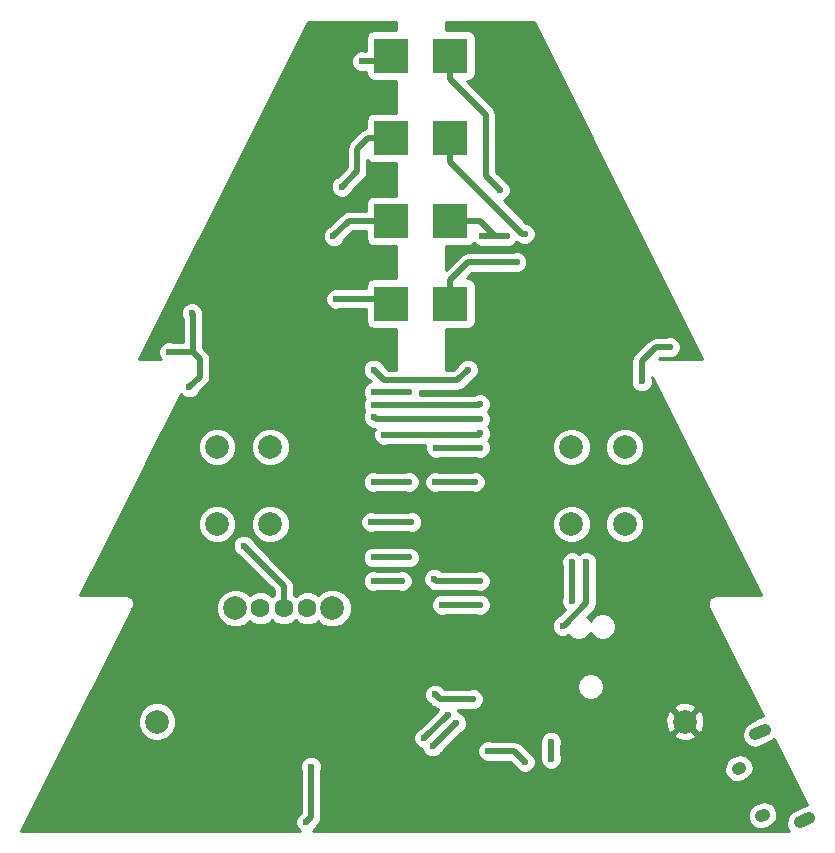
<source format=gbl>
G04 #@! TF.FileFunction,Copper,L2,Bot,Signal*
%FSLAX46Y46*%
G04 Gerber Fmt 4.6, Leading zero omitted, Abs format (unit mm)*
G04 Created by KiCad (PCBNEW 4.0.0-rc1-stable) date 15/10/2016 23:52:11*
%MOMM*%
G01*
G04 APERTURE LIST*
%ADD10C,0.100000*%
%ADD11C,2.000000*%
%ADD12C,1.600000*%
%ADD13C,1.000000*%
%ADD14R,3.000000X3.000000*%
%ADD15C,0.600000*%
%ADD16C,0.500000*%
%ADD17C,0.254000*%
G04 APERTURE END LIST*
D10*
D11*
X139350000Y-114900000D03*
X94650000Y-114900000D03*
D12*
X105400000Y-105300000D03*
X103400000Y-105300000D03*
X107400000Y-105300000D03*
D11*
X109500000Y-105300000D03*
X101300000Y-105300000D03*
D13*
X143809504Y-118909754D02*
X144033042Y-118797814D01*
X145802032Y-122888740D02*
X146025570Y-122776800D01*
X145328237Y-115968398D02*
X146132975Y-115565414D01*
X149067025Y-123434586D02*
X149871763Y-123031602D01*
D11*
X99750000Y-91650000D03*
X104250000Y-91650000D03*
X104250000Y-98150000D03*
X99750000Y-98150000D03*
X129750000Y-91650000D03*
X134250000Y-91650000D03*
X134250000Y-98150000D03*
X129750000Y-98150000D03*
D14*
X114500000Y-58500000D03*
X114500000Y-65500000D03*
X114500000Y-72500000D03*
X114500000Y-79500000D03*
X119500000Y-79500000D03*
X119500000Y-72500000D03*
X119500000Y-65500000D03*
X119500000Y-58500000D03*
D15*
X125100000Y-76000000D03*
X109800000Y-79100000D03*
X113000000Y-94600000D03*
X121600000Y-94600000D03*
X118200000Y-94600000D03*
X116000030Y-94600000D03*
X102000000Y-100000000D03*
X129800000Y-101400000D03*
X129800000Y-104700000D03*
X97600000Y-80300000D03*
X95700000Y-83600000D03*
X97400000Y-86600000D03*
X138100000Y-83200000D03*
X135700000Y-86100000D03*
X129200000Y-118025010D03*
X140400000Y-98200000D03*
X103200000Y-117400000D03*
X106000000Y-107800000D03*
X124200000Y-111600000D03*
X122000000Y-122600000D03*
X135800000Y-121200000D03*
X143400000Y-120400000D03*
X108800000Y-96400000D03*
X133800000Y-108600000D03*
X112800000Y-98000000D03*
X118200000Y-112600000D03*
X121400000Y-113000000D03*
X116200000Y-98000000D03*
X107300000Y-123400000D03*
X107700000Y-118700000D03*
X112000000Y-59000000D03*
X118300000Y-91700000D03*
X122000000Y-91700000D03*
X116000000Y-101000000D03*
X113000000Y-101000000D03*
X110300000Y-69600000D03*
X122000000Y-90500000D03*
X113900000Y-90600000D03*
X115400000Y-103000000D03*
X113000000Y-103000000D03*
X109600000Y-73800000D03*
X122000000Y-89300000D03*
X113000000Y-89100000D03*
X125800000Y-73600000D03*
X118800000Y-105000000D03*
X122000000Y-105000000D03*
X121000000Y-85100000D03*
X113000000Y-85100000D03*
X118000000Y-117000000D03*
X120000000Y-115000000D03*
X123700000Y-69900000D03*
X118100000Y-102800000D03*
X122000000Y-103000000D03*
X116000030Y-87000000D03*
X113000000Y-87000000D03*
X117300000Y-116300000D03*
X119299990Y-114300000D03*
X124300010Y-73800000D03*
X122200000Y-73800000D03*
X122000000Y-88000000D03*
X113000000Y-88100000D03*
X125800000Y-118300000D03*
X122700000Y-117400000D03*
X128000000Y-118025010D03*
X128000000Y-116600000D03*
X129000000Y-106800000D03*
X131000000Y-101400000D03*
D16*
X119500000Y-79500000D02*
X119500000Y-77500000D01*
X119500000Y-77500000D02*
X121000000Y-76000000D01*
X121000000Y-76000000D02*
X125100000Y-76000000D01*
X109800000Y-79100000D02*
X114100000Y-79100000D01*
X114100000Y-79100000D02*
X114500000Y-79500000D01*
X113600000Y-94600000D02*
X113000000Y-94600000D01*
X118200000Y-94600000D02*
X121600000Y-94600000D01*
X113600000Y-94600000D02*
X116000030Y-94600000D01*
X102000000Y-100000000D02*
X105400000Y-103400000D01*
X105400000Y-103400000D02*
X105400000Y-105300000D01*
X129800000Y-104700000D02*
X129800000Y-101400000D01*
X97700000Y-83600000D02*
X97700000Y-80400000D01*
X97700000Y-80400000D02*
X97600000Y-80300000D01*
X98300000Y-84200000D02*
X97700000Y-83600000D01*
X97700000Y-83600000D02*
X95700000Y-83600000D01*
X98300000Y-85700000D02*
X98300000Y-84200000D01*
X97400000Y-86600000D02*
X98300000Y-85700000D01*
X135700000Y-84400000D02*
X136900000Y-83200000D01*
X136900000Y-83200000D02*
X138100000Y-83200000D01*
X135700000Y-85675736D02*
X135700000Y-84400000D01*
X135700000Y-86100000D02*
X135700000Y-85675736D01*
X112800000Y-98000000D02*
X113600000Y-98000000D01*
X121400000Y-113000000D02*
X118600000Y-113000000D01*
X118600000Y-113000000D02*
X118200000Y-112600000D01*
X113600000Y-98000000D02*
X116200000Y-98000000D01*
X107700000Y-118700000D02*
X107700000Y-123000000D01*
X107700000Y-123000000D02*
X107300000Y-123400000D01*
X112000000Y-59000000D02*
X114000000Y-59000000D01*
X114000000Y-59000000D02*
X114500000Y-58500000D01*
X122000000Y-91700000D02*
X118300000Y-91700000D01*
X113000000Y-101000000D02*
X116000000Y-101000000D01*
X111600000Y-68300000D02*
X111600000Y-66400000D01*
X111600000Y-66400000D02*
X112500000Y-65500000D01*
X112500000Y-65500000D02*
X114500000Y-65500000D01*
X110300000Y-69600000D02*
X111600000Y-68300000D01*
X113900000Y-90600000D02*
X121900000Y-90600000D01*
X121900000Y-90600000D02*
X122000000Y-90500000D01*
X113000000Y-103000000D02*
X115400000Y-103000000D01*
X114500000Y-72500000D02*
X110900000Y-72500000D01*
X110900000Y-72500000D02*
X109600000Y-73800000D01*
X122000000Y-89300000D02*
X113200000Y-89300000D01*
X113200000Y-89300000D02*
X113000000Y-89100000D01*
X119500000Y-65500000D02*
X119500000Y-67500000D01*
X119500000Y-67500000D02*
X125600000Y-73600000D01*
X125600000Y-73600000D02*
X125800000Y-73600000D01*
X113000000Y-85100000D02*
X113900000Y-86000000D01*
X113900000Y-86000000D02*
X120100000Y-86000000D01*
X120100000Y-86000000D02*
X121000000Y-85100000D01*
X122000000Y-105000000D02*
X118800000Y-105000000D01*
X120000000Y-115000000D02*
X118000000Y-117000000D01*
X122500000Y-68700000D02*
X122500000Y-63500000D01*
X122500000Y-63500000D02*
X119500000Y-60500000D01*
X119500000Y-60500000D02*
X119500000Y-58500000D01*
X123700000Y-69900000D02*
X122500000Y-68700000D01*
X122000000Y-103000000D02*
X118300000Y-103000000D01*
X118300000Y-103000000D02*
X118100000Y-102800000D01*
X113000000Y-87000000D02*
X116000030Y-87000000D01*
X119299990Y-114300000D02*
X119299990Y-114300010D01*
X119299990Y-114300010D02*
X117300000Y-116300000D01*
X122200000Y-73800000D02*
X123316178Y-73800000D01*
X123316178Y-73800000D02*
X124300010Y-73800000D01*
X119500000Y-72500000D02*
X122016178Y-72500000D01*
X122016178Y-72500000D02*
X123316178Y-73800000D01*
X113000000Y-88100000D02*
X121900000Y-88100000D01*
X121900000Y-88100000D02*
X122000000Y-88000000D01*
X122700000Y-117400000D02*
X124900000Y-117400000D01*
X124900000Y-117400000D02*
X125800000Y-118300000D01*
X128000000Y-118025010D02*
X128000000Y-116600000D01*
X131000000Y-101400000D02*
X131000000Y-104876998D01*
X131000000Y-104876998D02*
X129076998Y-106800000D01*
X129076998Y-106800000D02*
X129000000Y-106800000D01*
D17*
G36*
X114873000Y-56360717D02*
X113000000Y-56360717D01*
X112767648Y-56404437D01*
X112554247Y-56541757D01*
X112411083Y-56751283D01*
X112360717Y-57000000D01*
X112360717Y-58123000D01*
X112305226Y-58123000D01*
X112185201Y-58073161D01*
X111816417Y-58072839D01*
X111475583Y-58213669D01*
X111214586Y-58474211D01*
X111073161Y-58814799D01*
X111072839Y-59183583D01*
X111213669Y-59524417D01*
X111474211Y-59785414D01*
X111814799Y-59926839D01*
X112183583Y-59927161D01*
X112304982Y-59877000D01*
X112360717Y-59877000D01*
X112360717Y-60000000D01*
X112404437Y-60232352D01*
X112541757Y-60445753D01*
X112751283Y-60588917D01*
X113000000Y-60639283D01*
X114873000Y-60639283D01*
X114873000Y-63360717D01*
X113000000Y-63360717D01*
X112767648Y-63404437D01*
X112554247Y-63541757D01*
X112411083Y-63751283D01*
X112360717Y-64000000D01*
X112360717Y-64650705D01*
X112164386Y-64689758D01*
X111879867Y-64879867D01*
X110979867Y-65779867D01*
X110789758Y-66064387D01*
X110723000Y-66400000D01*
X110723000Y-67936735D01*
X109895694Y-68764040D01*
X109775583Y-68813669D01*
X109514586Y-69074211D01*
X109373161Y-69414799D01*
X109372839Y-69783583D01*
X109513669Y-70124417D01*
X109774211Y-70385414D01*
X110114799Y-70526839D01*
X110483583Y-70527161D01*
X110824417Y-70386331D01*
X111085414Y-70125789D01*
X111135786Y-70004480D01*
X112220130Y-68920135D01*
X112220133Y-68920133D01*
X112410242Y-68635613D01*
X112464193Y-68364387D01*
X112477001Y-68300000D01*
X112477000Y-68299995D01*
X112477000Y-67345118D01*
X112541757Y-67445753D01*
X112751283Y-67588917D01*
X113000000Y-67639283D01*
X114873000Y-67639283D01*
X114873000Y-70360717D01*
X113000000Y-70360717D01*
X112767648Y-70404437D01*
X112554247Y-70541757D01*
X112411083Y-70751283D01*
X112360717Y-71000000D01*
X112360717Y-71623000D01*
X110900005Y-71623000D01*
X110900000Y-71622999D01*
X110564387Y-71689758D01*
X110279867Y-71879867D01*
X110279865Y-71879870D01*
X109195694Y-72964040D01*
X109075583Y-73013669D01*
X108814586Y-73274211D01*
X108673161Y-73614799D01*
X108672839Y-73983583D01*
X108813669Y-74324417D01*
X109074211Y-74585414D01*
X109414799Y-74726839D01*
X109783583Y-74727161D01*
X110124417Y-74586331D01*
X110385414Y-74325789D01*
X110435786Y-74204480D01*
X111263265Y-73377000D01*
X112360717Y-73377000D01*
X112360717Y-74000000D01*
X112404437Y-74232352D01*
X112541757Y-74445753D01*
X112751283Y-74588917D01*
X113000000Y-74639283D01*
X114873000Y-74639283D01*
X114873000Y-77360717D01*
X113000000Y-77360717D01*
X112767648Y-77404437D01*
X112554247Y-77541757D01*
X112411083Y-77751283D01*
X112360717Y-78000000D01*
X112360717Y-78223000D01*
X110105226Y-78223000D01*
X109985201Y-78173161D01*
X109616417Y-78172839D01*
X109275583Y-78313669D01*
X109014586Y-78574211D01*
X108873161Y-78914799D01*
X108872839Y-79283583D01*
X109013669Y-79624417D01*
X109274211Y-79885414D01*
X109614799Y-80026839D01*
X109983583Y-80027161D01*
X110104982Y-79977000D01*
X112360717Y-79977000D01*
X112360717Y-81000000D01*
X112404437Y-81232352D01*
X112541757Y-81445753D01*
X112751283Y-81588917D01*
X113000000Y-81639283D01*
X114873000Y-81639283D01*
X114873000Y-85123000D01*
X114263266Y-85123000D01*
X113835960Y-84695694D01*
X113786331Y-84575583D01*
X113525789Y-84314586D01*
X113185201Y-84173161D01*
X112816417Y-84172839D01*
X112475583Y-84313669D01*
X112214586Y-84574211D01*
X112073161Y-84914799D01*
X112072839Y-85283583D01*
X112213669Y-85624417D01*
X112474211Y-85885414D01*
X112595520Y-85935786D01*
X112757087Y-86097353D01*
X112475583Y-86213669D01*
X112214586Y-86474211D01*
X112073161Y-86814799D01*
X112072839Y-87183583D01*
X112213669Y-87524417D01*
X112239024Y-87549816D01*
X112214586Y-87574211D01*
X112073161Y-87914799D01*
X112072839Y-88283583D01*
X112203728Y-88600359D01*
X112073161Y-88914799D01*
X112072839Y-89283583D01*
X112213669Y-89624417D01*
X112474211Y-89885414D01*
X112616055Y-89944313D01*
X112864387Y-90110242D01*
X113081677Y-90153465D01*
X112973161Y-90414799D01*
X112972839Y-90783583D01*
X113113669Y-91124417D01*
X113374211Y-91385414D01*
X113714799Y-91526839D01*
X114083583Y-91527161D01*
X114204982Y-91477000D01*
X117388857Y-91477000D01*
X117373161Y-91514799D01*
X117372839Y-91883583D01*
X117513669Y-92224417D01*
X117774211Y-92485414D01*
X118114799Y-92626839D01*
X118483583Y-92627161D01*
X118604982Y-92577000D01*
X121694774Y-92577000D01*
X121814799Y-92626839D01*
X122183583Y-92627161D01*
X122524417Y-92486331D01*
X122785414Y-92225789D01*
X122890709Y-91972211D01*
X128122718Y-91972211D01*
X128369892Y-92570418D01*
X128827175Y-93028499D01*
X129424950Y-93276717D01*
X130072211Y-93277282D01*
X130670418Y-93030108D01*
X131128499Y-92572825D01*
X131376717Y-91975050D01*
X131376719Y-91972211D01*
X132622718Y-91972211D01*
X132869892Y-92570418D01*
X133327175Y-93028499D01*
X133924950Y-93276717D01*
X134572211Y-93277282D01*
X135170418Y-93030108D01*
X135628499Y-92572825D01*
X135876717Y-91975050D01*
X135877282Y-91327789D01*
X135630108Y-90729582D01*
X135172825Y-90271501D01*
X134575050Y-90023283D01*
X133927789Y-90022718D01*
X133329582Y-90269892D01*
X132871501Y-90727175D01*
X132623283Y-91324950D01*
X132622718Y-91972211D01*
X131376719Y-91972211D01*
X131377282Y-91327789D01*
X131130108Y-90729582D01*
X130672825Y-90271501D01*
X130075050Y-90023283D01*
X129427789Y-90022718D01*
X128829582Y-90269892D01*
X128371501Y-90727175D01*
X128123283Y-91324950D01*
X128122718Y-91972211D01*
X122890709Y-91972211D01*
X122926839Y-91885201D01*
X122927161Y-91516417D01*
X122786331Y-91175583D01*
X122710976Y-91100097D01*
X122785414Y-91025789D01*
X122926839Y-90685201D01*
X122927161Y-90316417D01*
X122786331Y-89975583D01*
X122710976Y-89900097D01*
X122785414Y-89825789D01*
X122926839Y-89485201D01*
X122927161Y-89116417D01*
X122786331Y-88775583D01*
X122660976Y-88650010D01*
X122785414Y-88525789D01*
X122926839Y-88185201D01*
X122927161Y-87816417D01*
X122786331Y-87475583D01*
X122525789Y-87214586D01*
X122185201Y-87073161D01*
X121816417Y-87072839D01*
X121475583Y-87213669D01*
X121466236Y-87223000D01*
X116911173Y-87223000D01*
X116926869Y-87185201D01*
X116927138Y-86877000D01*
X120100000Y-86877000D01*
X120435613Y-86810242D01*
X120720133Y-86620133D01*
X121404306Y-85935960D01*
X121524417Y-85886331D01*
X121785414Y-85625789D01*
X121926839Y-85285201D01*
X121927161Y-84916417D01*
X121786331Y-84575583D01*
X121525789Y-84314586D01*
X121185201Y-84173161D01*
X120816417Y-84172839D01*
X120475583Y-84313669D01*
X120214586Y-84574211D01*
X120164214Y-84695520D01*
X119736734Y-85123000D01*
X119127000Y-85123000D01*
X119127000Y-81639283D01*
X121000000Y-81639283D01*
X121232352Y-81595563D01*
X121445753Y-81458243D01*
X121588917Y-81248717D01*
X121639283Y-81000000D01*
X121639283Y-78000000D01*
X121595563Y-77767648D01*
X121458243Y-77554247D01*
X121248717Y-77411083D01*
X121000000Y-77360717D01*
X120879548Y-77360717D01*
X121363265Y-76877000D01*
X124794774Y-76877000D01*
X124914799Y-76926839D01*
X125283583Y-76927161D01*
X125624417Y-76786331D01*
X125885414Y-76525789D01*
X126026839Y-76185201D01*
X126027161Y-75816417D01*
X125886331Y-75475583D01*
X125625789Y-75214586D01*
X125285201Y-75073161D01*
X124916417Y-75072839D01*
X124795018Y-75123000D01*
X121000000Y-75123000D01*
X120664386Y-75189758D01*
X120550424Y-75265905D01*
X120379867Y-75379867D01*
X120379865Y-75379870D01*
X119127000Y-76632734D01*
X119127000Y-74639283D01*
X121000000Y-74639283D01*
X121232352Y-74595563D01*
X121445753Y-74458243D01*
X121487000Y-74397876D01*
X121674211Y-74585414D01*
X122014799Y-74726839D01*
X122383583Y-74727161D01*
X122504982Y-74677000D01*
X123316173Y-74677000D01*
X123316178Y-74677001D01*
X123316183Y-74677000D01*
X123994784Y-74677000D01*
X124114809Y-74726839D01*
X124483593Y-74727161D01*
X124824427Y-74586331D01*
X125085424Y-74325789D01*
X125096842Y-74298292D01*
X125264387Y-74410242D01*
X125398018Y-74436824D01*
X125614799Y-74526839D01*
X125983583Y-74527161D01*
X126324417Y-74386331D01*
X126585414Y-74125789D01*
X126726839Y-73785201D01*
X126727161Y-73416417D01*
X126586331Y-73075583D01*
X126325789Y-72814586D01*
X125985201Y-72673161D01*
X125913363Y-72673098D01*
X124013674Y-70773408D01*
X124224417Y-70686331D01*
X124485414Y-70425789D01*
X124626839Y-70085201D01*
X124627161Y-69716417D01*
X124486331Y-69375583D01*
X124225789Y-69114586D01*
X124104478Y-69064213D01*
X123377000Y-68336734D01*
X123377000Y-63500005D01*
X123377001Y-63500000D01*
X123310242Y-63164387D01*
X123120133Y-62879867D01*
X123120130Y-62879865D01*
X120879549Y-60639283D01*
X121000000Y-60639283D01*
X121232352Y-60595563D01*
X121445753Y-60458243D01*
X121588917Y-60248717D01*
X121639283Y-60000000D01*
X121639283Y-57000000D01*
X121595563Y-56767648D01*
X121458243Y-56554247D01*
X121248717Y-56411083D01*
X121000000Y-56360717D01*
X119127000Y-56360717D01*
X119127000Y-55627000D01*
X126550689Y-55627000D01*
X140823689Y-84173000D01*
X137167265Y-84173000D01*
X137263265Y-84077000D01*
X137794774Y-84077000D01*
X137914799Y-84126839D01*
X138283583Y-84127161D01*
X138624417Y-83986331D01*
X138885414Y-83725789D01*
X139026839Y-83385201D01*
X139027161Y-83016417D01*
X138886331Y-82675583D01*
X138625789Y-82414586D01*
X138285201Y-82273161D01*
X137916417Y-82272839D01*
X137795018Y-82323000D01*
X136900000Y-82323000D01*
X136564386Y-82389758D01*
X136450424Y-82465905D01*
X136279867Y-82579867D01*
X136279865Y-82579870D01*
X135079867Y-83779867D01*
X134889758Y-84064387D01*
X134823000Y-84400000D01*
X134823000Y-85794774D01*
X134773161Y-85914799D01*
X134772839Y-86283583D01*
X134913669Y-86624417D01*
X135174211Y-86885414D01*
X135514799Y-87026839D01*
X135883583Y-87027161D01*
X136224417Y-86886331D01*
X136485414Y-86625789D01*
X136626839Y-86285201D01*
X136627161Y-85916417D01*
X136577000Y-85795018D01*
X136577000Y-85679622D01*
X145823690Y-104173000D01*
X142000000Y-104173000D01*
X141974380Y-104178096D01*
X141948464Y-104174829D01*
X141836072Y-104205608D01*
X141721789Y-104228340D01*
X141700071Y-104242851D01*
X141674876Y-104249751D01*
X141582825Y-104321192D01*
X141485933Y-104385933D01*
X141471419Y-104407655D01*
X141450785Y-104423669D01*
X141393078Y-104524900D01*
X141328340Y-104621789D01*
X141323244Y-104647407D01*
X141310307Y-104670102D01*
X141295732Y-104785718D01*
X141273000Y-104900000D01*
X141278096Y-104925620D01*
X141274829Y-104951536D01*
X141305608Y-105063928D01*
X141328340Y-105178211D01*
X141342851Y-105199929D01*
X141349751Y-105225124D01*
X145966503Y-114458627D01*
X145655975Y-114543869D01*
X144795987Y-114974519D01*
X144448765Y-115244338D01*
X144231229Y-115626495D01*
X144176497Y-116062809D01*
X144292900Y-116486856D01*
X144562719Y-116834078D01*
X144944876Y-117051614D01*
X145381190Y-117106346D01*
X145805237Y-116989943D01*
X146665224Y-116559293D01*
X146918448Y-116362518D01*
X149700285Y-121926190D01*
X149394763Y-122010057D01*
X148534775Y-122440707D01*
X148187553Y-122710526D01*
X147970017Y-123092683D01*
X147915285Y-123528997D01*
X148031688Y-123953044D01*
X148202611Y-124173000D01*
X107837771Y-124173000D01*
X108085414Y-123925789D01*
X108135787Y-123804479D01*
X108320130Y-123620135D01*
X108320133Y-123620133D01*
X108464313Y-123404351D01*
X108510242Y-123335614D01*
X108577000Y-123000000D01*
X108577000Y-122980304D01*
X144655985Y-122980304D01*
X144772390Y-123404351D01*
X145042210Y-123751572D01*
X145424367Y-123969107D01*
X145860681Y-124023838D01*
X146284728Y-123907433D01*
X146552129Y-123773527D01*
X146899351Y-123503707D01*
X147116886Y-123121550D01*
X147171617Y-122685236D01*
X147055212Y-122261189D01*
X146785392Y-121913968D01*
X146403235Y-121696433D01*
X145966921Y-121641702D01*
X145542874Y-121758107D01*
X145275472Y-121892013D01*
X144928251Y-122161833D01*
X144710716Y-122543990D01*
X144655985Y-122980304D01*
X108577000Y-122980304D01*
X108577000Y-119005226D01*
X108626839Y-118885201D01*
X108627161Y-118516417D01*
X108486331Y-118175583D01*
X108225789Y-117914586D01*
X107885201Y-117773161D01*
X107516417Y-117772839D01*
X107175583Y-117913669D01*
X106914586Y-118174211D01*
X106773161Y-118514799D01*
X106772839Y-118883583D01*
X106823000Y-119004982D01*
X106823000Y-122594077D01*
X106775583Y-122613669D01*
X106514586Y-122874211D01*
X106373161Y-123214799D01*
X106372839Y-123583583D01*
X106513669Y-123924417D01*
X106761819Y-124173000D01*
X83176311Y-124173000D01*
X87651705Y-115222211D01*
X93022718Y-115222211D01*
X93269892Y-115820418D01*
X93727175Y-116278499D01*
X94324950Y-116526717D01*
X94972211Y-116527282D01*
X95077970Y-116483583D01*
X116372839Y-116483583D01*
X116513669Y-116824417D01*
X116774211Y-117085414D01*
X117085723Y-117214766D01*
X117213669Y-117524417D01*
X117474211Y-117785414D01*
X117814799Y-117926839D01*
X118183583Y-117927161D01*
X118524417Y-117786331D01*
X118727519Y-117583583D01*
X121772839Y-117583583D01*
X121913669Y-117924417D01*
X122174211Y-118185414D01*
X122514799Y-118326839D01*
X122883583Y-118327161D01*
X123004982Y-118277000D01*
X124536734Y-118277000D01*
X124964040Y-118704306D01*
X125013669Y-118824417D01*
X125274211Y-119085414D01*
X125614799Y-119226839D01*
X125983583Y-119227161D01*
X126324417Y-119086331D01*
X126409578Y-119001318D01*
X142663457Y-119001318D01*
X142779862Y-119425365D01*
X143049682Y-119772586D01*
X143431839Y-119990121D01*
X143868153Y-120044852D01*
X144292200Y-119928447D01*
X144559601Y-119794541D01*
X144906823Y-119524721D01*
X145124358Y-119142564D01*
X145179089Y-118706250D01*
X145062684Y-118282203D01*
X144792864Y-117934982D01*
X144410707Y-117717447D01*
X143974393Y-117662716D01*
X143550346Y-117779121D01*
X143282944Y-117913027D01*
X142935723Y-118182847D01*
X142718188Y-118565004D01*
X142663457Y-119001318D01*
X126409578Y-119001318D01*
X126585414Y-118825789D01*
X126726839Y-118485201D01*
X126727161Y-118116417D01*
X126586331Y-117775583D01*
X126325789Y-117514586D01*
X126204480Y-117464214D01*
X125523849Y-116783583D01*
X127072839Y-116783583D01*
X127123000Y-116904982D01*
X127123000Y-117719784D01*
X127073161Y-117839809D01*
X127072839Y-118208593D01*
X127213669Y-118549427D01*
X127474211Y-118810424D01*
X127814799Y-118951849D01*
X128183583Y-118952171D01*
X128524417Y-118811341D01*
X128785414Y-118550799D01*
X128926839Y-118210211D01*
X128927161Y-117841427D01*
X128877000Y-117720028D01*
X128877000Y-116905226D01*
X128926839Y-116785201D01*
X128927161Y-116416417D01*
X128786331Y-116075583D01*
X128763321Y-116052532D01*
X138377073Y-116052532D01*
X138475736Y-116319387D01*
X139085461Y-116545908D01*
X139735460Y-116521856D01*
X140224264Y-116319387D01*
X140322927Y-116052532D01*
X139350000Y-115079605D01*
X138377073Y-116052532D01*
X128763321Y-116052532D01*
X128525789Y-115814586D01*
X128185201Y-115673161D01*
X127816417Y-115672839D01*
X127475583Y-115813669D01*
X127214586Y-116074211D01*
X127073161Y-116414799D01*
X127072839Y-116783583D01*
X125523849Y-116783583D01*
X125520133Y-116779867D01*
X125235613Y-116589758D01*
X124900000Y-116523000D01*
X123005226Y-116523000D01*
X122885201Y-116473161D01*
X122516417Y-116472839D01*
X122175583Y-116613669D01*
X121914586Y-116874211D01*
X121773161Y-117214799D01*
X121772839Y-117583583D01*
X118727519Y-117583583D01*
X118785414Y-117525789D01*
X118835786Y-117404480D01*
X120404306Y-115835960D01*
X120524417Y-115786331D01*
X120785414Y-115525789D01*
X120926839Y-115185201D01*
X120927161Y-114816417D01*
X120852392Y-114635461D01*
X137704092Y-114635461D01*
X137728144Y-115285460D01*
X137930613Y-115774264D01*
X138197468Y-115872927D01*
X139170395Y-114900000D01*
X139529605Y-114900000D01*
X140502532Y-115872927D01*
X140769387Y-115774264D01*
X140995908Y-115164539D01*
X140971856Y-114514540D01*
X140769387Y-114025736D01*
X140502532Y-113927073D01*
X139529605Y-114900000D01*
X139170395Y-114900000D01*
X138197468Y-113927073D01*
X137930613Y-114025736D01*
X137704092Y-114635461D01*
X120852392Y-114635461D01*
X120786331Y-114475583D01*
X120525789Y-114214586D01*
X120214264Y-114085229D01*
X120128226Y-113877000D01*
X121094774Y-113877000D01*
X121214799Y-113926839D01*
X121583583Y-113927161D01*
X121924417Y-113786331D01*
X121963347Y-113747468D01*
X138377073Y-113747468D01*
X139350000Y-114720395D01*
X140322927Y-113747468D01*
X140224264Y-113480613D01*
X139614539Y-113254092D01*
X138964540Y-113278144D01*
X138475736Y-113480613D01*
X138377073Y-113747468D01*
X121963347Y-113747468D01*
X122185414Y-113525789D01*
X122326839Y-113185201D01*
X122327161Y-112816417D01*
X122186331Y-112475583D01*
X121925789Y-112214586D01*
X121802017Y-112163191D01*
X130237805Y-112163191D01*
X130409019Y-112577560D01*
X130725772Y-112894867D01*
X131139842Y-113066804D01*
X131588191Y-113067195D01*
X132002560Y-112895981D01*
X132319867Y-112579228D01*
X132491804Y-112165158D01*
X132492195Y-111716809D01*
X132320981Y-111302440D01*
X132004228Y-110985133D01*
X131590158Y-110813196D01*
X131141809Y-110812805D01*
X130727440Y-110984019D01*
X130410133Y-111300772D01*
X130238196Y-111714842D01*
X130237805Y-112163191D01*
X121802017Y-112163191D01*
X121585201Y-112073161D01*
X121216417Y-112072839D01*
X121095018Y-112123000D01*
X119005923Y-112123000D01*
X118986331Y-112075583D01*
X118725789Y-111814586D01*
X118385201Y-111673161D01*
X118016417Y-111672839D01*
X117675583Y-111813669D01*
X117414586Y-112074211D01*
X117273161Y-112414799D01*
X117272839Y-112783583D01*
X117413669Y-113124417D01*
X117674211Y-113385414D01*
X117795521Y-113435787D01*
X117979865Y-113620130D01*
X117979867Y-113620133D01*
X118069281Y-113679877D01*
X118264386Y-113810242D01*
X118481668Y-113853462D01*
X118464197Y-113895537D01*
X116895694Y-115464040D01*
X116775583Y-115513669D01*
X116514586Y-115774211D01*
X116373161Y-116114799D01*
X116372839Y-116483583D01*
X95077970Y-116483583D01*
X95570418Y-116280108D01*
X96028499Y-115822825D01*
X96276717Y-115225050D01*
X96277282Y-114577789D01*
X96030108Y-113979582D01*
X95572825Y-113521501D01*
X94975050Y-113273283D01*
X94327789Y-113272718D01*
X93729582Y-113519892D01*
X93271501Y-113977175D01*
X93023283Y-114574950D01*
X93022718Y-115222211D01*
X87651705Y-115222211D01*
X91771019Y-106983583D01*
X128072839Y-106983583D01*
X128213669Y-107324417D01*
X128474211Y-107585414D01*
X128814799Y-107726839D01*
X129183583Y-107727161D01*
X129494128Y-107598846D01*
X129709772Y-107814867D01*
X130123842Y-107986804D01*
X130572191Y-107987195D01*
X130986560Y-107815981D01*
X131303867Y-107499228D01*
X131364938Y-107352153D01*
X131425019Y-107497560D01*
X131741772Y-107814867D01*
X132155842Y-107986804D01*
X132604191Y-107987195D01*
X133018560Y-107815981D01*
X133335867Y-107499228D01*
X133507804Y-107085158D01*
X133508195Y-106636809D01*
X133336981Y-106222440D01*
X133020228Y-105905133D01*
X132606158Y-105733196D01*
X132157809Y-105732805D01*
X131743440Y-105904019D01*
X131426133Y-106220772D01*
X131365062Y-106367847D01*
X131304981Y-106222440D01*
X131100081Y-106017182D01*
X131620130Y-105497133D01*
X131620133Y-105497131D01*
X131810242Y-105212611D01*
X131826695Y-105129898D01*
X131877001Y-104876998D01*
X131877000Y-104876993D01*
X131877000Y-101705226D01*
X131926839Y-101585201D01*
X131927161Y-101216417D01*
X131786331Y-100875583D01*
X131525789Y-100614586D01*
X131185201Y-100473161D01*
X130816417Y-100472839D01*
X130475583Y-100613669D01*
X130400097Y-100689024D01*
X130325789Y-100614586D01*
X129985201Y-100473161D01*
X129616417Y-100472839D01*
X129275583Y-100613669D01*
X129014586Y-100874211D01*
X128873161Y-101214799D01*
X128872839Y-101583583D01*
X128923000Y-101704982D01*
X128923000Y-104394774D01*
X128873161Y-104514799D01*
X128872839Y-104883583D01*
X129013669Y-105224417D01*
X129212818Y-105423914D01*
X128726909Y-105909823D01*
X128475583Y-106013669D01*
X128214586Y-106274211D01*
X128073161Y-106614799D01*
X128072839Y-106983583D01*
X91771019Y-106983583D01*
X92451705Y-105622211D01*
X99672718Y-105622211D01*
X99919892Y-106220418D01*
X100377175Y-106678499D01*
X100974950Y-106926717D01*
X101622211Y-106927282D01*
X102220418Y-106680108D01*
X102491369Y-106409629D01*
X102590614Y-106509047D01*
X103114907Y-106726752D01*
X103682603Y-106727248D01*
X104207275Y-106510457D01*
X104399984Y-106318084D01*
X104590614Y-106509047D01*
X105114907Y-106726752D01*
X105682603Y-106727248D01*
X106207275Y-106510457D01*
X106399984Y-106318084D01*
X106590614Y-106509047D01*
X107114907Y-106726752D01*
X107682603Y-106727248D01*
X108207275Y-106510457D01*
X108308527Y-106409382D01*
X108577175Y-106678499D01*
X109174950Y-106926717D01*
X109822211Y-106927282D01*
X110420418Y-106680108D01*
X110878499Y-106222825D01*
X111126717Y-105625050D01*
X111127102Y-105183583D01*
X117872839Y-105183583D01*
X118013669Y-105524417D01*
X118274211Y-105785414D01*
X118614799Y-105926839D01*
X118983583Y-105927161D01*
X119104982Y-105877000D01*
X121694774Y-105877000D01*
X121814799Y-105926839D01*
X122183583Y-105927161D01*
X122524417Y-105786331D01*
X122785414Y-105525789D01*
X122926839Y-105185201D01*
X122927161Y-104816417D01*
X122786331Y-104475583D01*
X122525789Y-104214586D01*
X122185201Y-104073161D01*
X121816417Y-104072839D01*
X121695018Y-104123000D01*
X119105226Y-104123000D01*
X118985201Y-104073161D01*
X118616417Y-104072839D01*
X118275583Y-104213669D01*
X118014586Y-104474211D01*
X117873161Y-104814799D01*
X117872839Y-105183583D01*
X111127102Y-105183583D01*
X111127282Y-104977789D01*
X110880108Y-104379582D01*
X110422825Y-103921501D01*
X109825050Y-103673283D01*
X109177789Y-103672718D01*
X108579582Y-103919892D01*
X108308631Y-104190371D01*
X108209386Y-104090953D01*
X107685093Y-103873248D01*
X107117397Y-103872752D01*
X106592725Y-104089543D01*
X106400016Y-104281916D01*
X106277000Y-104158685D01*
X106277000Y-103400000D01*
X106233952Y-103183583D01*
X112072839Y-103183583D01*
X112213669Y-103524417D01*
X112474211Y-103785414D01*
X112814799Y-103926839D01*
X113183583Y-103927161D01*
X113304982Y-103877000D01*
X115094774Y-103877000D01*
X115214799Y-103926839D01*
X115583583Y-103927161D01*
X115924417Y-103786331D01*
X116185414Y-103525789D01*
X116326839Y-103185201D01*
X116327015Y-102983583D01*
X117172839Y-102983583D01*
X117313669Y-103324417D01*
X117574211Y-103585414D01*
X117716055Y-103644313D01*
X117964387Y-103810242D01*
X118300000Y-103877001D01*
X118300005Y-103877000D01*
X121694774Y-103877000D01*
X121814799Y-103926839D01*
X122183583Y-103927161D01*
X122524417Y-103786331D01*
X122785414Y-103525789D01*
X122926839Y-103185201D01*
X122927161Y-102816417D01*
X122786331Y-102475583D01*
X122525789Y-102214586D01*
X122185201Y-102073161D01*
X121816417Y-102072839D01*
X121695018Y-102123000D01*
X118734014Y-102123000D01*
X118625789Y-102014586D01*
X118285201Y-101873161D01*
X117916417Y-101872839D01*
X117575583Y-102013669D01*
X117314586Y-102274211D01*
X117173161Y-102614799D01*
X117172839Y-102983583D01*
X116327015Y-102983583D01*
X116327161Y-102816417D01*
X116186331Y-102475583D01*
X115925789Y-102214586D01*
X115585201Y-102073161D01*
X115216417Y-102072839D01*
X115095018Y-102123000D01*
X113305226Y-102123000D01*
X113185201Y-102073161D01*
X112816417Y-102072839D01*
X112475583Y-102213669D01*
X112214586Y-102474211D01*
X112073161Y-102814799D01*
X112072839Y-103183583D01*
X106233952Y-103183583D01*
X106210242Y-103064387D01*
X106020133Y-102779867D01*
X104423849Y-101183583D01*
X112072839Y-101183583D01*
X112213669Y-101524417D01*
X112474211Y-101785414D01*
X112814799Y-101926839D01*
X113183583Y-101927161D01*
X113304982Y-101877000D01*
X115694774Y-101877000D01*
X115814799Y-101926839D01*
X116183583Y-101927161D01*
X116524417Y-101786331D01*
X116785414Y-101525789D01*
X116926839Y-101185201D01*
X116927161Y-100816417D01*
X116786331Y-100475583D01*
X116525789Y-100214586D01*
X116185201Y-100073161D01*
X115816417Y-100072839D01*
X115695018Y-100123000D01*
X113305226Y-100123000D01*
X113185201Y-100073161D01*
X112816417Y-100072839D01*
X112475583Y-100213669D01*
X112214586Y-100474211D01*
X112073161Y-100814799D01*
X112072839Y-101183583D01*
X104423849Y-101183583D01*
X102835960Y-99595694D01*
X102786331Y-99475583D01*
X102525789Y-99214586D01*
X102185201Y-99073161D01*
X101816417Y-99072839D01*
X101475583Y-99213669D01*
X101214586Y-99474211D01*
X101073161Y-99814799D01*
X101072839Y-100183583D01*
X101213669Y-100524417D01*
X101474211Y-100785414D01*
X101595520Y-100835786D01*
X104523000Y-103763266D01*
X104523000Y-104159146D01*
X104400016Y-104281916D01*
X104209386Y-104090953D01*
X103685093Y-103873248D01*
X103117397Y-103872752D01*
X102592725Y-104089543D01*
X102491473Y-104190618D01*
X102222825Y-103921501D01*
X101625050Y-103673283D01*
X100977789Y-103672718D01*
X100379582Y-103919892D01*
X99921501Y-104377175D01*
X99673283Y-104974950D01*
X99672718Y-105622211D01*
X92451705Y-105622211D01*
X92650249Y-105225124D01*
X92657149Y-105199929D01*
X92671660Y-105178211D01*
X92694392Y-105063928D01*
X92725171Y-104951536D01*
X92721904Y-104925620D01*
X92727000Y-104900000D01*
X92704268Y-104785718D01*
X92689693Y-104670102D01*
X92676756Y-104647407D01*
X92671660Y-104621789D01*
X92606922Y-104524900D01*
X92549215Y-104423669D01*
X92528581Y-104407655D01*
X92514067Y-104385933D01*
X92417175Y-104321192D01*
X92325124Y-104249751D01*
X92299929Y-104242851D01*
X92278211Y-104228340D01*
X92163928Y-104205608D01*
X92051536Y-104174829D01*
X92025620Y-104178096D01*
X92000000Y-104173000D01*
X88176311Y-104173000D01*
X91026705Y-98472211D01*
X98122718Y-98472211D01*
X98369892Y-99070418D01*
X98827175Y-99528499D01*
X99424950Y-99776717D01*
X100072211Y-99777282D01*
X100670418Y-99530108D01*
X101128499Y-99072825D01*
X101376717Y-98475050D01*
X101376719Y-98472211D01*
X102622718Y-98472211D01*
X102869892Y-99070418D01*
X103327175Y-99528499D01*
X103924950Y-99776717D01*
X104572211Y-99777282D01*
X105170418Y-99530108D01*
X105628499Y-99072825D01*
X105876717Y-98475050D01*
X105876971Y-98183583D01*
X111872839Y-98183583D01*
X112013669Y-98524417D01*
X112274211Y-98785414D01*
X112614799Y-98926839D01*
X112983583Y-98927161D01*
X113104982Y-98877000D01*
X115894774Y-98877000D01*
X116014799Y-98926839D01*
X116383583Y-98927161D01*
X116724417Y-98786331D01*
X116985414Y-98525789D01*
X117007661Y-98472211D01*
X128122718Y-98472211D01*
X128369892Y-99070418D01*
X128827175Y-99528499D01*
X129424950Y-99776717D01*
X130072211Y-99777282D01*
X130670418Y-99530108D01*
X131128499Y-99072825D01*
X131376717Y-98475050D01*
X131376719Y-98472211D01*
X132622718Y-98472211D01*
X132869892Y-99070418D01*
X133327175Y-99528499D01*
X133924950Y-99776717D01*
X134572211Y-99777282D01*
X135170418Y-99530108D01*
X135628499Y-99072825D01*
X135876717Y-98475050D01*
X135877282Y-97827789D01*
X135630108Y-97229582D01*
X135172825Y-96771501D01*
X134575050Y-96523283D01*
X133927789Y-96522718D01*
X133329582Y-96769892D01*
X132871501Y-97227175D01*
X132623283Y-97824950D01*
X132622718Y-98472211D01*
X131376719Y-98472211D01*
X131377282Y-97827789D01*
X131130108Y-97229582D01*
X130672825Y-96771501D01*
X130075050Y-96523283D01*
X129427789Y-96522718D01*
X128829582Y-96769892D01*
X128371501Y-97227175D01*
X128123283Y-97824950D01*
X128122718Y-98472211D01*
X117007661Y-98472211D01*
X117126839Y-98185201D01*
X117127161Y-97816417D01*
X116986331Y-97475583D01*
X116725789Y-97214586D01*
X116385201Y-97073161D01*
X116016417Y-97072839D01*
X115895018Y-97123000D01*
X113105226Y-97123000D01*
X112985201Y-97073161D01*
X112616417Y-97072839D01*
X112275583Y-97213669D01*
X112014586Y-97474211D01*
X111873161Y-97814799D01*
X111872839Y-98183583D01*
X105876971Y-98183583D01*
X105877282Y-97827789D01*
X105630108Y-97229582D01*
X105172825Y-96771501D01*
X104575050Y-96523283D01*
X103927789Y-96522718D01*
X103329582Y-96769892D01*
X102871501Y-97227175D01*
X102623283Y-97824950D01*
X102622718Y-98472211D01*
X101376719Y-98472211D01*
X101377282Y-97827789D01*
X101130108Y-97229582D01*
X100672825Y-96771501D01*
X100075050Y-96523283D01*
X99427789Y-96522718D01*
X98829582Y-96769892D01*
X98371501Y-97227175D01*
X98123283Y-97824950D01*
X98122718Y-98472211D01*
X91026705Y-98472211D01*
X92871019Y-94783583D01*
X112072839Y-94783583D01*
X112213669Y-95124417D01*
X112474211Y-95385414D01*
X112814799Y-95526839D01*
X113183583Y-95527161D01*
X113304982Y-95477000D01*
X115694804Y-95477000D01*
X115814829Y-95526839D01*
X116183613Y-95527161D01*
X116524447Y-95386331D01*
X116785444Y-95125789D01*
X116926869Y-94785201D01*
X116926870Y-94783583D01*
X117272839Y-94783583D01*
X117413669Y-95124417D01*
X117674211Y-95385414D01*
X118014799Y-95526839D01*
X118383583Y-95527161D01*
X118504982Y-95477000D01*
X121294774Y-95477000D01*
X121414799Y-95526839D01*
X121783583Y-95527161D01*
X122124417Y-95386331D01*
X122385414Y-95125789D01*
X122526839Y-94785201D01*
X122527161Y-94416417D01*
X122386331Y-94075583D01*
X122125789Y-93814586D01*
X121785201Y-93673161D01*
X121416417Y-93672839D01*
X121295018Y-93723000D01*
X118505226Y-93723000D01*
X118385201Y-93673161D01*
X118016417Y-93672839D01*
X117675583Y-93813669D01*
X117414586Y-94074211D01*
X117273161Y-94414799D01*
X117272839Y-94783583D01*
X116926870Y-94783583D01*
X116927191Y-94416417D01*
X116786361Y-94075583D01*
X116525819Y-93814586D01*
X116185231Y-93673161D01*
X115816447Y-93672839D01*
X115695048Y-93723000D01*
X113305226Y-93723000D01*
X113185201Y-93673161D01*
X112816417Y-93672839D01*
X112475583Y-93813669D01*
X112214586Y-94074211D01*
X112073161Y-94414799D01*
X112072839Y-94783583D01*
X92871019Y-94783583D01*
X94276705Y-91972211D01*
X98122718Y-91972211D01*
X98369892Y-92570418D01*
X98827175Y-93028499D01*
X99424950Y-93276717D01*
X100072211Y-93277282D01*
X100670418Y-93030108D01*
X101128499Y-92572825D01*
X101376717Y-91975050D01*
X101376719Y-91972211D01*
X102622718Y-91972211D01*
X102869892Y-92570418D01*
X103327175Y-93028499D01*
X103924950Y-93276717D01*
X104572211Y-93277282D01*
X105170418Y-93030108D01*
X105628499Y-92572825D01*
X105876717Y-91975050D01*
X105877282Y-91327789D01*
X105630108Y-90729582D01*
X105172825Y-90271501D01*
X104575050Y-90023283D01*
X103927789Y-90022718D01*
X103329582Y-90269892D01*
X102871501Y-90727175D01*
X102623283Y-91324950D01*
X102622718Y-91972211D01*
X101376719Y-91972211D01*
X101377282Y-91327789D01*
X101130108Y-90729582D01*
X100672825Y-90271501D01*
X100075050Y-90023283D01*
X99427789Y-90022718D01*
X98829582Y-90269892D01*
X98371501Y-90727175D01*
X98123283Y-91324950D01*
X98122718Y-91972211D01*
X94276705Y-91972211D01*
X96671591Y-87182440D01*
X96874211Y-87385414D01*
X97214799Y-87526839D01*
X97583583Y-87527161D01*
X97924417Y-87386331D01*
X98185414Y-87125789D01*
X98235786Y-87004480D01*
X98920133Y-86320133D01*
X99110242Y-86035614D01*
X99177000Y-85700000D01*
X99177000Y-84200000D01*
X99110242Y-83864387D01*
X98920133Y-83579867D01*
X98577000Y-83236734D01*
X98577000Y-80400000D01*
X98527132Y-80149300D01*
X98527161Y-80116417D01*
X98514493Y-80085759D01*
X98510242Y-80064386D01*
X98498241Y-80046425D01*
X98386331Y-79775583D01*
X98125789Y-79514586D01*
X97785201Y-79373161D01*
X97416417Y-79372839D01*
X97075583Y-79513669D01*
X96814586Y-79774211D01*
X96673161Y-80114799D01*
X96672839Y-80483583D01*
X96813669Y-80824417D01*
X96823000Y-80833764D01*
X96823000Y-82723000D01*
X96005226Y-82723000D01*
X95885201Y-82673161D01*
X95516417Y-82672839D01*
X95175583Y-82813669D01*
X94914586Y-83074211D01*
X94773161Y-83414799D01*
X94772839Y-83783583D01*
X94913669Y-84124417D01*
X94962167Y-84173000D01*
X93176311Y-84173000D01*
X107449311Y-55627000D01*
X114873000Y-55627000D01*
X114873000Y-56360717D01*
X114873000Y-56360717D01*
G37*
X114873000Y-56360717D02*
X113000000Y-56360717D01*
X112767648Y-56404437D01*
X112554247Y-56541757D01*
X112411083Y-56751283D01*
X112360717Y-57000000D01*
X112360717Y-58123000D01*
X112305226Y-58123000D01*
X112185201Y-58073161D01*
X111816417Y-58072839D01*
X111475583Y-58213669D01*
X111214586Y-58474211D01*
X111073161Y-58814799D01*
X111072839Y-59183583D01*
X111213669Y-59524417D01*
X111474211Y-59785414D01*
X111814799Y-59926839D01*
X112183583Y-59927161D01*
X112304982Y-59877000D01*
X112360717Y-59877000D01*
X112360717Y-60000000D01*
X112404437Y-60232352D01*
X112541757Y-60445753D01*
X112751283Y-60588917D01*
X113000000Y-60639283D01*
X114873000Y-60639283D01*
X114873000Y-63360717D01*
X113000000Y-63360717D01*
X112767648Y-63404437D01*
X112554247Y-63541757D01*
X112411083Y-63751283D01*
X112360717Y-64000000D01*
X112360717Y-64650705D01*
X112164386Y-64689758D01*
X111879867Y-64879867D01*
X110979867Y-65779867D01*
X110789758Y-66064387D01*
X110723000Y-66400000D01*
X110723000Y-67936735D01*
X109895694Y-68764040D01*
X109775583Y-68813669D01*
X109514586Y-69074211D01*
X109373161Y-69414799D01*
X109372839Y-69783583D01*
X109513669Y-70124417D01*
X109774211Y-70385414D01*
X110114799Y-70526839D01*
X110483583Y-70527161D01*
X110824417Y-70386331D01*
X111085414Y-70125789D01*
X111135786Y-70004480D01*
X112220130Y-68920135D01*
X112220133Y-68920133D01*
X112410242Y-68635613D01*
X112464193Y-68364387D01*
X112477001Y-68300000D01*
X112477000Y-68299995D01*
X112477000Y-67345118D01*
X112541757Y-67445753D01*
X112751283Y-67588917D01*
X113000000Y-67639283D01*
X114873000Y-67639283D01*
X114873000Y-70360717D01*
X113000000Y-70360717D01*
X112767648Y-70404437D01*
X112554247Y-70541757D01*
X112411083Y-70751283D01*
X112360717Y-71000000D01*
X112360717Y-71623000D01*
X110900005Y-71623000D01*
X110900000Y-71622999D01*
X110564387Y-71689758D01*
X110279867Y-71879867D01*
X110279865Y-71879870D01*
X109195694Y-72964040D01*
X109075583Y-73013669D01*
X108814586Y-73274211D01*
X108673161Y-73614799D01*
X108672839Y-73983583D01*
X108813669Y-74324417D01*
X109074211Y-74585414D01*
X109414799Y-74726839D01*
X109783583Y-74727161D01*
X110124417Y-74586331D01*
X110385414Y-74325789D01*
X110435786Y-74204480D01*
X111263265Y-73377000D01*
X112360717Y-73377000D01*
X112360717Y-74000000D01*
X112404437Y-74232352D01*
X112541757Y-74445753D01*
X112751283Y-74588917D01*
X113000000Y-74639283D01*
X114873000Y-74639283D01*
X114873000Y-77360717D01*
X113000000Y-77360717D01*
X112767648Y-77404437D01*
X112554247Y-77541757D01*
X112411083Y-77751283D01*
X112360717Y-78000000D01*
X112360717Y-78223000D01*
X110105226Y-78223000D01*
X109985201Y-78173161D01*
X109616417Y-78172839D01*
X109275583Y-78313669D01*
X109014586Y-78574211D01*
X108873161Y-78914799D01*
X108872839Y-79283583D01*
X109013669Y-79624417D01*
X109274211Y-79885414D01*
X109614799Y-80026839D01*
X109983583Y-80027161D01*
X110104982Y-79977000D01*
X112360717Y-79977000D01*
X112360717Y-81000000D01*
X112404437Y-81232352D01*
X112541757Y-81445753D01*
X112751283Y-81588917D01*
X113000000Y-81639283D01*
X114873000Y-81639283D01*
X114873000Y-85123000D01*
X114263266Y-85123000D01*
X113835960Y-84695694D01*
X113786331Y-84575583D01*
X113525789Y-84314586D01*
X113185201Y-84173161D01*
X112816417Y-84172839D01*
X112475583Y-84313669D01*
X112214586Y-84574211D01*
X112073161Y-84914799D01*
X112072839Y-85283583D01*
X112213669Y-85624417D01*
X112474211Y-85885414D01*
X112595520Y-85935786D01*
X112757087Y-86097353D01*
X112475583Y-86213669D01*
X112214586Y-86474211D01*
X112073161Y-86814799D01*
X112072839Y-87183583D01*
X112213669Y-87524417D01*
X112239024Y-87549816D01*
X112214586Y-87574211D01*
X112073161Y-87914799D01*
X112072839Y-88283583D01*
X112203728Y-88600359D01*
X112073161Y-88914799D01*
X112072839Y-89283583D01*
X112213669Y-89624417D01*
X112474211Y-89885414D01*
X112616055Y-89944313D01*
X112864387Y-90110242D01*
X113081677Y-90153465D01*
X112973161Y-90414799D01*
X112972839Y-90783583D01*
X113113669Y-91124417D01*
X113374211Y-91385414D01*
X113714799Y-91526839D01*
X114083583Y-91527161D01*
X114204982Y-91477000D01*
X117388857Y-91477000D01*
X117373161Y-91514799D01*
X117372839Y-91883583D01*
X117513669Y-92224417D01*
X117774211Y-92485414D01*
X118114799Y-92626839D01*
X118483583Y-92627161D01*
X118604982Y-92577000D01*
X121694774Y-92577000D01*
X121814799Y-92626839D01*
X122183583Y-92627161D01*
X122524417Y-92486331D01*
X122785414Y-92225789D01*
X122890709Y-91972211D01*
X128122718Y-91972211D01*
X128369892Y-92570418D01*
X128827175Y-93028499D01*
X129424950Y-93276717D01*
X130072211Y-93277282D01*
X130670418Y-93030108D01*
X131128499Y-92572825D01*
X131376717Y-91975050D01*
X131376719Y-91972211D01*
X132622718Y-91972211D01*
X132869892Y-92570418D01*
X133327175Y-93028499D01*
X133924950Y-93276717D01*
X134572211Y-93277282D01*
X135170418Y-93030108D01*
X135628499Y-92572825D01*
X135876717Y-91975050D01*
X135877282Y-91327789D01*
X135630108Y-90729582D01*
X135172825Y-90271501D01*
X134575050Y-90023283D01*
X133927789Y-90022718D01*
X133329582Y-90269892D01*
X132871501Y-90727175D01*
X132623283Y-91324950D01*
X132622718Y-91972211D01*
X131376719Y-91972211D01*
X131377282Y-91327789D01*
X131130108Y-90729582D01*
X130672825Y-90271501D01*
X130075050Y-90023283D01*
X129427789Y-90022718D01*
X128829582Y-90269892D01*
X128371501Y-90727175D01*
X128123283Y-91324950D01*
X128122718Y-91972211D01*
X122890709Y-91972211D01*
X122926839Y-91885201D01*
X122927161Y-91516417D01*
X122786331Y-91175583D01*
X122710976Y-91100097D01*
X122785414Y-91025789D01*
X122926839Y-90685201D01*
X122927161Y-90316417D01*
X122786331Y-89975583D01*
X122710976Y-89900097D01*
X122785414Y-89825789D01*
X122926839Y-89485201D01*
X122927161Y-89116417D01*
X122786331Y-88775583D01*
X122660976Y-88650010D01*
X122785414Y-88525789D01*
X122926839Y-88185201D01*
X122927161Y-87816417D01*
X122786331Y-87475583D01*
X122525789Y-87214586D01*
X122185201Y-87073161D01*
X121816417Y-87072839D01*
X121475583Y-87213669D01*
X121466236Y-87223000D01*
X116911173Y-87223000D01*
X116926869Y-87185201D01*
X116927138Y-86877000D01*
X120100000Y-86877000D01*
X120435613Y-86810242D01*
X120720133Y-86620133D01*
X121404306Y-85935960D01*
X121524417Y-85886331D01*
X121785414Y-85625789D01*
X121926839Y-85285201D01*
X121927161Y-84916417D01*
X121786331Y-84575583D01*
X121525789Y-84314586D01*
X121185201Y-84173161D01*
X120816417Y-84172839D01*
X120475583Y-84313669D01*
X120214586Y-84574211D01*
X120164214Y-84695520D01*
X119736734Y-85123000D01*
X119127000Y-85123000D01*
X119127000Y-81639283D01*
X121000000Y-81639283D01*
X121232352Y-81595563D01*
X121445753Y-81458243D01*
X121588917Y-81248717D01*
X121639283Y-81000000D01*
X121639283Y-78000000D01*
X121595563Y-77767648D01*
X121458243Y-77554247D01*
X121248717Y-77411083D01*
X121000000Y-77360717D01*
X120879548Y-77360717D01*
X121363265Y-76877000D01*
X124794774Y-76877000D01*
X124914799Y-76926839D01*
X125283583Y-76927161D01*
X125624417Y-76786331D01*
X125885414Y-76525789D01*
X126026839Y-76185201D01*
X126027161Y-75816417D01*
X125886331Y-75475583D01*
X125625789Y-75214586D01*
X125285201Y-75073161D01*
X124916417Y-75072839D01*
X124795018Y-75123000D01*
X121000000Y-75123000D01*
X120664386Y-75189758D01*
X120550424Y-75265905D01*
X120379867Y-75379867D01*
X120379865Y-75379870D01*
X119127000Y-76632734D01*
X119127000Y-74639283D01*
X121000000Y-74639283D01*
X121232352Y-74595563D01*
X121445753Y-74458243D01*
X121487000Y-74397876D01*
X121674211Y-74585414D01*
X122014799Y-74726839D01*
X122383583Y-74727161D01*
X122504982Y-74677000D01*
X123316173Y-74677000D01*
X123316178Y-74677001D01*
X123316183Y-74677000D01*
X123994784Y-74677000D01*
X124114809Y-74726839D01*
X124483593Y-74727161D01*
X124824427Y-74586331D01*
X125085424Y-74325789D01*
X125096842Y-74298292D01*
X125264387Y-74410242D01*
X125398018Y-74436824D01*
X125614799Y-74526839D01*
X125983583Y-74527161D01*
X126324417Y-74386331D01*
X126585414Y-74125789D01*
X126726839Y-73785201D01*
X126727161Y-73416417D01*
X126586331Y-73075583D01*
X126325789Y-72814586D01*
X125985201Y-72673161D01*
X125913363Y-72673098D01*
X124013674Y-70773408D01*
X124224417Y-70686331D01*
X124485414Y-70425789D01*
X124626839Y-70085201D01*
X124627161Y-69716417D01*
X124486331Y-69375583D01*
X124225789Y-69114586D01*
X124104478Y-69064213D01*
X123377000Y-68336734D01*
X123377000Y-63500005D01*
X123377001Y-63500000D01*
X123310242Y-63164387D01*
X123120133Y-62879867D01*
X123120130Y-62879865D01*
X120879549Y-60639283D01*
X121000000Y-60639283D01*
X121232352Y-60595563D01*
X121445753Y-60458243D01*
X121588917Y-60248717D01*
X121639283Y-60000000D01*
X121639283Y-57000000D01*
X121595563Y-56767648D01*
X121458243Y-56554247D01*
X121248717Y-56411083D01*
X121000000Y-56360717D01*
X119127000Y-56360717D01*
X119127000Y-55627000D01*
X126550689Y-55627000D01*
X140823689Y-84173000D01*
X137167265Y-84173000D01*
X137263265Y-84077000D01*
X137794774Y-84077000D01*
X137914799Y-84126839D01*
X138283583Y-84127161D01*
X138624417Y-83986331D01*
X138885414Y-83725789D01*
X139026839Y-83385201D01*
X139027161Y-83016417D01*
X138886331Y-82675583D01*
X138625789Y-82414586D01*
X138285201Y-82273161D01*
X137916417Y-82272839D01*
X137795018Y-82323000D01*
X136900000Y-82323000D01*
X136564386Y-82389758D01*
X136450424Y-82465905D01*
X136279867Y-82579867D01*
X136279865Y-82579870D01*
X135079867Y-83779867D01*
X134889758Y-84064387D01*
X134823000Y-84400000D01*
X134823000Y-85794774D01*
X134773161Y-85914799D01*
X134772839Y-86283583D01*
X134913669Y-86624417D01*
X135174211Y-86885414D01*
X135514799Y-87026839D01*
X135883583Y-87027161D01*
X136224417Y-86886331D01*
X136485414Y-86625789D01*
X136626839Y-86285201D01*
X136627161Y-85916417D01*
X136577000Y-85795018D01*
X136577000Y-85679622D01*
X145823690Y-104173000D01*
X142000000Y-104173000D01*
X141974380Y-104178096D01*
X141948464Y-104174829D01*
X141836072Y-104205608D01*
X141721789Y-104228340D01*
X141700071Y-104242851D01*
X141674876Y-104249751D01*
X141582825Y-104321192D01*
X141485933Y-104385933D01*
X141471419Y-104407655D01*
X141450785Y-104423669D01*
X141393078Y-104524900D01*
X141328340Y-104621789D01*
X141323244Y-104647407D01*
X141310307Y-104670102D01*
X141295732Y-104785718D01*
X141273000Y-104900000D01*
X141278096Y-104925620D01*
X141274829Y-104951536D01*
X141305608Y-105063928D01*
X141328340Y-105178211D01*
X141342851Y-105199929D01*
X141349751Y-105225124D01*
X145966503Y-114458627D01*
X145655975Y-114543869D01*
X144795987Y-114974519D01*
X144448765Y-115244338D01*
X144231229Y-115626495D01*
X144176497Y-116062809D01*
X144292900Y-116486856D01*
X144562719Y-116834078D01*
X144944876Y-117051614D01*
X145381190Y-117106346D01*
X145805237Y-116989943D01*
X146665224Y-116559293D01*
X146918448Y-116362518D01*
X149700285Y-121926190D01*
X149394763Y-122010057D01*
X148534775Y-122440707D01*
X148187553Y-122710526D01*
X147970017Y-123092683D01*
X147915285Y-123528997D01*
X148031688Y-123953044D01*
X148202611Y-124173000D01*
X107837771Y-124173000D01*
X108085414Y-123925789D01*
X108135787Y-123804479D01*
X108320130Y-123620135D01*
X108320133Y-123620133D01*
X108464313Y-123404351D01*
X108510242Y-123335614D01*
X108577000Y-123000000D01*
X108577000Y-122980304D01*
X144655985Y-122980304D01*
X144772390Y-123404351D01*
X145042210Y-123751572D01*
X145424367Y-123969107D01*
X145860681Y-124023838D01*
X146284728Y-123907433D01*
X146552129Y-123773527D01*
X146899351Y-123503707D01*
X147116886Y-123121550D01*
X147171617Y-122685236D01*
X147055212Y-122261189D01*
X146785392Y-121913968D01*
X146403235Y-121696433D01*
X145966921Y-121641702D01*
X145542874Y-121758107D01*
X145275472Y-121892013D01*
X144928251Y-122161833D01*
X144710716Y-122543990D01*
X144655985Y-122980304D01*
X108577000Y-122980304D01*
X108577000Y-119005226D01*
X108626839Y-118885201D01*
X108627161Y-118516417D01*
X108486331Y-118175583D01*
X108225789Y-117914586D01*
X107885201Y-117773161D01*
X107516417Y-117772839D01*
X107175583Y-117913669D01*
X106914586Y-118174211D01*
X106773161Y-118514799D01*
X106772839Y-118883583D01*
X106823000Y-119004982D01*
X106823000Y-122594077D01*
X106775583Y-122613669D01*
X106514586Y-122874211D01*
X106373161Y-123214799D01*
X106372839Y-123583583D01*
X106513669Y-123924417D01*
X106761819Y-124173000D01*
X83176311Y-124173000D01*
X87651705Y-115222211D01*
X93022718Y-115222211D01*
X93269892Y-115820418D01*
X93727175Y-116278499D01*
X94324950Y-116526717D01*
X94972211Y-116527282D01*
X95077970Y-116483583D01*
X116372839Y-116483583D01*
X116513669Y-116824417D01*
X116774211Y-117085414D01*
X117085723Y-117214766D01*
X117213669Y-117524417D01*
X117474211Y-117785414D01*
X117814799Y-117926839D01*
X118183583Y-117927161D01*
X118524417Y-117786331D01*
X118727519Y-117583583D01*
X121772839Y-117583583D01*
X121913669Y-117924417D01*
X122174211Y-118185414D01*
X122514799Y-118326839D01*
X122883583Y-118327161D01*
X123004982Y-118277000D01*
X124536734Y-118277000D01*
X124964040Y-118704306D01*
X125013669Y-118824417D01*
X125274211Y-119085414D01*
X125614799Y-119226839D01*
X125983583Y-119227161D01*
X126324417Y-119086331D01*
X126409578Y-119001318D01*
X142663457Y-119001318D01*
X142779862Y-119425365D01*
X143049682Y-119772586D01*
X143431839Y-119990121D01*
X143868153Y-120044852D01*
X144292200Y-119928447D01*
X144559601Y-119794541D01*
X144906823Y-119524721D01*
X145124358Y-119142564D01*
X145179089Y-118706250D01*
X145062684Y-118282203D01*
X144792864Y-117934982D01*
X144410707Y-117717447D01*
X143974393Y-117662716D01*
X143550346Y-117779121D01*
X143282944Y-117913027D01*
X142935723Y-118182847D01*
X142718188Y-118565004D01*
X142663457Y-119001318D01*
X126409578Y-119001318D01*
X126585414Y-118825789D01*
X126726839Y-118485201D01*
X126727161Y-118116417D01*
X126586331Y-117775583D01*
X126325789Y-117514586D01*
X126204480Y-117464214D01*
X125523849Y-116783583D01*
X127072839Y-116783583D01*
X127123000Y-116904982D01*
X127123000Y-117719784D01*
X127073161Y-117839809D01*
X127072839Y-118208593D01*
X127213669Y-118549427D01*
X127474211Y-118810424D01*
X127814799Y-118951849D01*
X128183583Y-118952171D01*
X128524417Y-118811341D01*
X128785414Y-118550799D01*
X128926839Y-118210211D01*
X128927161Y-117841427D01*
X128877000Y-117720028D01*
X128877000Y-116905226D01*
X128926839Y-116785201D01*
X128927161Y-116416417D01*
X128786331Y-116075583D01*
X128763321Y-116052532D01*
X138377073Y-116052532D01*
X138475736Y-116319387D01*
X139085461Y-116545908D01*
X139735460Y-116521856D01*
X140224264Y-116319387D01*
X140322927Y-116052532D01*
X139350000Y-115079605D01*
X138377073Y-116052532D01*
X128763321Y-116052532D01*
X128525789Y-115814586D01*
X128185201Y-115673161D01*
X127816417Y-115672839D01*
X127475583Y-115813669D01*
X127214586Y-116074211D01*
X127073161Y-116414799D01*
X127072839Y-116783583D01*
X125523849Y-116783583D01*
X125520133Y-116779867D01*
X125235613Y-116589758D01*
X124900000Y-116523000D01*
X123005226Y-116523000D01*
X122885201Y-116473161D01*
X122516417Y-116472839D01*
X122175583Y-116613669D01*
X121914586Y-116874211D01*
X121773161Y-117214799D01*
X121772839Y-117583583D01*
X118727519Y-117583583D01*
X118785414Y-117525789D01*
X118835786Y-117404480D01*
X120404306Y-115835960D01*
X120524417Y-115786331D01*
X120785414Y-115525789D01*
X120926839Y-115185201D01*
X120927161Y-114816417D01*
X120852392Y-114635461D01*
X137704092Y-114635461D01*
X137728144Y-115285460D01*
X137930613Y-115774264D01*
X138197468Y-115872927D01*
X139170395Y-114900000D01*
X139529605Y-114900000D01*
X140502532Y-115872927D01*
X140769387Y-115774264D01*
X140995908Y-115164539D01*
X140971856Y-114514540D01*
X140769387Y-114025736D01*
X140502532Y-113927073D01*
X139529605Y-114900000D01*
X139170395Y-114900000D01*
X138197468Y-113927073D01*
X137930613Y-114025736D01*
X137704092Y-114635461D01*
X120852392Y-114635461D01*
X120786331Y-114475583D01*
X120525789Y-114214586D01*
X120214264Y-114085229D01*
X120128226Y-113877000D01*
X121094774Y-113877000D01*
X121214799Y-113926839D01*
X121583583Y-113927161D01*
X121924417Y-113786331D01*
X121963347Y-113747468D01*
X138377073Y-113747468D01*
X139350000Y-114720395D01*
X140322927Y-113747468D01*
X140224264Y-113480613D01*
X139614539Y-113254092D01*
X138964540Y-113278144D01*
X138475736Y-113480613D01*
X138377073Y-113747468D01*
X121963347Y-113747468D01*
X122185414Y-113525789D01*
X122326839Y-113185201D01*
X122327161Y-112816417D01*
X122186331Y-112475583D01*
X121925789Y-112214586D01*
X121802017Y-112163191D01*
X130237805Y-112163191D01*
X130409019Y-112577560D01*
X130725772Y-112894867D01*
X131139842Y-113066804D01*
X131588191Y-113067195D01*
X132002560Y-112895981D01*
X132319867Y-112579228D01*
X132491804Y-112165158D01*
X132492195Y-111716809D01*
X132320981Y-111302440D01*
X132004228Y-110985133D01*
X131590158Y-110813196D01*
X131141809Y-110812805D01*
X130727440Y-110984019D01*
X130410133Y-111300772D01*
X130238196Y-111714842D01*
X130237805Y-112163191D01*
X121802017Y-112163191D01*
X121585201Y-112073161D01*
X121216417Y-112072839D01*
X121095018Y-112123000D01*
X119005923Y-112123000D01*
X118986331Y-112075583D01*
X118725789Y-111814586D01*
X118385201Y-111673161D01*
X118016417Y-111672839D01*
X117675583Y-111813669D01*
X117414586Y-112074211D01*
X117273161Y-112414799D01*
X117272839Y-112783583D01*
X117413669Y-113124417D01*
X117674211Y-113385414D01*
X117795521Y-113435787D01*
X117979865Y-113620130D01*
X117979867Y-113620133D01*
X118069281Y-113679877D01*
X118264386Y-113810242D01*
X118481668Y-113853462D01*
X118464197Y-113895537D01*
X116895694Y-115464040D01*
X116775583Y-115513669D01*
X116514586Y-115774211D01*
X116373161Y-116114799D01*
X116372839Y-116483583D01*
X95077970Y-116483583D01*
X95570418Y-116280108D01*
X96028499Y-115822825D01*
X96276717Y-115225050D01*
X96277282Y-114577789D01*
X96030108Y-113979582D01*
X95572825Y-113521501D01*
X94975050Y-113273283D01*
X94327789Y-113272718D01*
X93729582Y-113519892D01*
X93271501Y-113977175D01*
X93023283Y-114574950D01*
X93022718Y-115222211D01*
X87651705Y-115222211D01*
X91771019Y-106983583D01*
X128072839Y-106983583D01*
X128213669Y-107324417D01*
X128474211Y-107585414D01*
X128814799Y-107726839D01*
X129183583Y-107727161D01*
X129494128Y-107598846D01*
X129709772Y-107814867D01*
X130123842Y-107986804D01*
X130572191Y-107987195D01*
X130986560Y-107815981D01*
X131303867Y-107499228D01*
X131364938Y-107352153D01*
X131425019Y-107497560D01*
X131741772Y-107814867D01*
X132155842Y-107986804D01*
X132604191Y-107987195D01*
X133018560Y-107815981D01*
X133335867Y-107499228D01*
X133507804Y-107085158D01*
X133508195Y-106636809D01*
X133336981Y-106222440D01*
X133020228Y-105905133D01*
X132606158Y-105733196D01*
X132157809Y-105732805D01*
X131743440Y-105904019D01*
X131426133Y-106220772D01*
X131365062Y-106367847D01*
X131304981Y-106222440D01*
X131100081Y-106017182D01*
X131620130Y-105497133D01*
X131620133Y-105497131D01*
X131810242Y-105212611D01*
X131826695Y-105129898D01*
X131877001Y-104876998D01*
X131877000Y-104876993D01*
X131877000Y-101705226D01*
X131926839Y-101585201D01*
X131927161Y-101216417D01*
X131786331Y-100875583D01*
X131525789Y-100614586D01*
X131185201Y-100473161D01*
X130816417Y-100472839D01*
X130475583Y-100613669D01*
X130400097Y-100689024D01*
X130325789Y-100614586D01*
X129985201Y-100473161D01*
X129616417Y-100472839D01*
X129275583Y-100613669D01*
X129014586Y-100874211D01*
X128873161Y-101214799D01*
X128872839Y-101583583D01*
X128923000Y-101704982D01*
X128923000Y-104394774D01*
X128873161Y-104514799D01*
X128872839Y-104883583D01*
X129013669Y-105224417D01*
X129212818Y-105423914D01*
X128726909Y-105909823D01*
X128475583Y-106013669D01*
X128214586Y-106274211D01*
X128073161Y-106614799D01*
X128072839Y-106983583D01*
X91771019Y-106983583D01*
X92451705Y-105622211D01*
X99672718Y-105622211D01*
X99919892Y-106220418D01*
X100377175Y-106678499D01*
X100974950Y-106926717D01*
X101622211Y-106927282D01*
X102220418Y-106680108D01*
X102491369Y-106409629D01*
X102590614Y-106509047D01*
X103114907Y-106726752D01*
X103682603Y-106727248D01*
X104207275Y-106510457D01*
X104399984Y-106318084D01*
X104590614Y-106509047D01*
X105114907Y-106726752D01*
X105682603Y-106727248D01*
X106207275Y-106510457D01*
X106399984Y-106318084D01*
X106590614Y-106509047D01*
X107114907Y-106726752D01*
X107682603Y-106727248D01*
X108207275Y-106510457D01*
X108308527Y-106409382D01*
X108577175Y-106678499D01*
X109174950Y-106926717D01*
X109822211Y-106927282D01*
X110420418Y-106680108D01*
X110878499Y-106222825D01*
X111126717Y-105625050D01*
X111127102Y-105183583D01*
X117872839Y-105183583D01*
X118013669Y-105524417D01*
X118274211Y-105785414D01*
X118614799Y-105926839D01*
X118983583Y-105927161D01*
X119104982Y-105877000D01*
X121694774Y-105877000D01*
X121814799Y-105926839D01*
X122183583Y-105927161D01*
X122524417Y-105786331D01*
X122785414Y-105525789D01*
X122926839Y-105185201D01*
X122927161Y-104816417D01*
X122786331Y-104475583D01*
X122525789Y-104214586D01*
X122185201Y-104073161D01*
X121816417Y-104072839D01*
X121695018Y-104123000D01*
X119105226Y-104123000D01*
X118985201Y-104073161D01*
X118616417Y-104072839D01*
X118275583Y-104213669D01*
X118014586Y-104474211D01*
X117873161Y-104814799D01*
X117872839Y-105183583D01*
X111127102Y-105183583D01*
X111127282Y-104977789D01*
X110880108Y-104379582D01*
X110422825Y-103921501D01*
X109825050Y-103673283D01*
X109177789Y-103672718D01*
X108579582Y-103919892D01*
X108308631Y-104190371D01*
X108209386Y-104090953D01*
X107685093Y-103873248D01*
X107117397Y-103872752D01*
X106592725Y-104089543D01*
X106400016Y-104281916D01*
X106277000Y-104158685D01*
X106277000Y-103400000D01*
X106233952Y-103183583D01*
X112072839Y-103183583D01*
X112213669Y-103524417D01*
X112474211Y-103785414D01*
X112814799Y-103926839D01*
X113183583Y-103927161D01*
X113304982Y-103877000D01*
X115094774Y-103877000D01*
X115214799Y-103926839D01*
X115583583Y-103927161D01*
X115924417Y-103786331D01*
X116185414Y-103525789D01*
X116326839Y-103185201D01*
X116327015Y-102983583D01*
X117172839Y-102983583D01*
X117313669Y-103324417D01*
X117574211Y-103585414D01*
X117716055Y-103644313D01*
X117964387Y-103810242D01*
X118300000Y-103877001D01*
X118300005Y-103877000D01*
X121694774Y-103877000D01*
X121814799Y-103926839D01*
X122183583Y-103927161D01*
X122524417Y-103786331D01*
X122785414Y-103525789D01*
X122926839Y-103185201D01*
X122927161Y-102816417D01*
X122786331Y-102475583D01*
X122525789Y-102214586D01*
X122185201Y-102073161D01*
X121816417Y-102072839D01*
X121695018Y-102123000D01*
X118734014Y-102123000D01*
X118625789Y-102014586D01*
X118285201Y-101873161D01*
X117916417Y-101872839D01*
X117575583Y-102013669D01*
X117314586Y-102274211D01*
X117173161Y-102614799D01*
X117172839Y-102983583D01*
X116327015Y-102983583D01*
X116327161Y-102816417D01*
X116186331Y-102475583D01*
X115925789Y-102214586D01*
X115585201Y-102073161D01*
X115216417Y-102072839D01*
X115095018Y-102123000D01*
X113305226Y-102123000D01*
X113185201Y-102073161D01*
X112816417Y-102072839D01*
X112475583Y-102213669D01*
X112214586Y-102474211D01*
X112073161Y-102814799D01*
X112072839Y-103183583D01*
X106233952Y-103183583D01*
X106210242Y-103064387D01*
X106020133Y-102779867D01*
X104423849Y-101183583D01*
X112072839Y-101183583D01*
X112213669Y-101524417D01*
X112474211Y-101785414D01*
X112814799Y-101926839D01*
X113183583Y-101927161D01*
X113304982Y-101877000D01*
X115694774Y-101877000D01*
X115814799Y-101926839D01*
X116183583Y-101927161D01*
X116524417Y-101786331D01*
X116785414Y-101525789D01*
X116926839Y-101185201D01*
X116927161Y-100816417D01*
X116786331Y-100475583D01*
X116525789Y-100214586D01*
X116185201Y-100073161D01*
X115816417Y-100072839D01*
X115695018Y-100123000D01*
X113305226Y-100123000D01*
X113185201Y-100073161D01*
X112816417Y-100072839D01*
X112475583Y-100213669D01*
X112214586Y-100474211D01*
X112073161Y-100814799D01*
X112072839Y-101183583D01*
X104423849Y-101183583D01*
X102835960Y-99595694D01*
X102786331Y-99475583D01*
X102525789Y-99214586D01*
X102185201Y-99073161D01*
X101816417Y-99072839D01*
X101475583Y-99213669D01*
X101214586Y-99474211D01*
X101073161Y-99814799D01*
X101072839Y-100183583D01*
X101213669Y-100524417D01*
X101474211Y-100785414D01*
X101595520Y-100835786D01*
X104523000Y-103763266D01*
X104523000Y-104159146D01*
X104400016Y-104281916D01*
X104209386Y-104090953D01*
X103685093Y-103873248D01*
X103117397Y-103872752D01*
X102592725Y-104089543D01*
X102491473Y-104190618D01*
X102222825Y-103921501D01*
X101625050Y-103673283D01*
X100977789Y-103672718D01*
X100379582Y-103919892D01*
X99921501Y-104377175D01*
X99673283Y-104974950D01*
X99672718Y-105622211D01*
X92451705Y-105622211D01*
X92650249Y-105225124D01*
X92657149Y-105199929D01*
X92671660Y-105178211D01*
X92694392Y-105063928D01*
X92725171Y-104951536D01*
X92721904Y-104925620D01*
X92727000Y-104900000D01*
X92704268Y-104785718D01*
X92689693Y-104670102D01*
X92676756Y-104647407D01*
X92671660Y-104621789D01*
X92606922Y-104524900D01*
X92549215Y-104423669D01*
X92528581Y-104407655D01*
X92514067Y-104385933D01*
X92417175Y-104321192D01*
X92325124Y-104249751D01*
X92299929Y-104242851D01*
X92278211Y-104228340D01*
X92163928Y-104205608D01*
X92051536Y-104174829D01*
X92025620Y-104178096D01*
X92000000Y-104173000D01*
X88176311Y-104173000D01*
X91026705Y-98472211D01*
X98122718Y-98472211D01*
X98369892Y-99070418D01*
X98827175Y-99528499D01*
X99424950Y-99776717D01*
X100072211Y-99777282D01*
X100670418Y-99530108D01*
X101128499Y-99072825D01*
X101376717Y-98475050D01*
X101376719Y-98472211D01*
X102622718Y-98472211D01*
X102869892Y-99070418D01*
X103327175Y-99528499D01*
X103924950Y-99776717D01*
X104572211Y-99777282D01*
X105170418Y-99530108D01*
X105628499Y-99072825D01*
X105876717Y-98475050D01*
X105876971Y-98183583D01*
X111872839Y-98183583D01*
X112013669Y-98524417D01*
X112274211Y-98785414D01*
X112614799Y-98926839D01*
X112983583Y-98927161D01*
X113104982Y-98877000D01*
X115894774Y-98877000D01*
X116014799Y-98926839D01*
X116383583Y-98927161D01*
X116724417Y-98786331D01*
X116985414Y-98525789D01*
X117007661Y-98472211D01*
X128122718Y-98472211D01*
X128369892Y-99070418D01*
X128827175Y-99528499D01*
X129424950Y-99776717D01*
X130072211Y-99777282D01*
X130670418Y-99530108D01*
X131128499Y-99072825D01*
X131376717Y-98475050D01*
X131376719Y-98472211D01*
X132622718Y-98472211D01*
X132869892Y-99070418D01*
X133327175Y-99528499D01*
X133924950Y-99776717D01*
X134572211Y-99777282D01*
X135170418Y-99530108D01*
X135628499Y-99072825D01*
X135876717Y-98475050D01*
X135877282Y-97827789D01*
X135630108Y-97229582D01*
X135172825Y-96771501D01*
X134575050Y-96523283D01*
X133927789Y-96522718D01*
X133329582Y-96769892D01*
X132871501Y-97227175D01*
X132623283Y-97824950D01*
X132622718Y-98472211D01*
X131376719Y-98472211D01*
X131377282Y-97827789D01*
X131130108Y-97229582D01*
X130672825Y-96771501D01*
X130075050Y-96523283D01*
X129427789Y-96522718D01*
X128829582Y-96769892D01*
X128371501Y-97227175D01*
X128123283Y-97824950D01*
X128122718Y-98472211D01*
X117007661Y-98472211D01*
X117126839Y-98185201D01*
X117127161Y-97816417D01*
X116986331Y-97475583D01*
X116725789Y-97214586D01*
X116385201Y-97073161D01*
X116016417Y-97072839D01*
X115895018Y-97123000D01*
X113105226Y-97123000D01*
X112985201Y-97073161D01*
X112616417Y-97072839D01*
X112275583Y-97213669D01*
X112014586Y-97474211D01*
X111873161Y-97814799D01*
X111872839Y-98183583D01*
X105876971Y-98183583D01*
X105877282Y-97827789D01*
X105630108Y-97229582D01*
X105172825Y-96771501D01*
X104575050Y-96523283D01*
X103927789Y-96522718D01*
X103329582Y-96769892D01*
X102871501Y-97227175D01*
X102623283Y-97824950D01*
X102622718Y-98472211D01*
X101376719Y-98472211D01*
X101377282Y-97827789D01*
X101130108Y-97229582D01*
X100672825Y-96771501D01*
X100075050Y-96523283D01*
X99427789Y-96522718D01*
X98829582Y-96769892D01*
X98371501Y-97227175D01*
X98123283Y-97824950D01*
X98122718Y-98472211D01*
X91026705Y-98472211D01*
X92871019Y-94783583D01*
X112072839Y-94783583D01*
X112213669Y-95124417D01*
X112474211Y-95385414D01*
X112814799Y-95526839D01*
X113183583Y-95527161D01*
X113304982Y-95477000D01*
X115694804Y-95477000D01*
X115814829Y-95526839D01*
X116183613Y-95527161D01*
X116524447Y-95386331D01*
X116785444Y-95125789D01*
X116926869Y-94785201D01*
X116926870Y-94783583D01*
X117272839Y-94783583D01*
X117413669Y-95124417D01*
X117674211Y-95385414D01*
X118014799Y-95526839D01*
X118383583Y-95527161D01*
X118504982Y-95477000D01*
X121294774Y-95477000D01*
X121414799Y-95526839D01*
X121783583Y-95527161D01*
X122124417Y-95386331D01*
X122385414Y-95125789D01*
X122526839Y-94785201D01*
X122527161Y-94416417D01*
X122386331Y-94075583D01*
X122125789Y-93814586D01*
X121785201Y-93673161D01*
X121416417Y-93672839D01*
X121295018Y-93723000D01*
X118505226Y-93723000D01*
X118385201Y-93673161D01*
X118016417Y-93672839D01*
X117675583Y-93813669D01*
X117414586Y-94074211D01*
X117273161Y-94414799D01*
X117272839Y-94783583D01*
X116926870Y-94783583D01*
X116927191Y-94416417D01*
X116786361Y-94075583D01*
X116525819Y-93814586D01*
X116185231Y-93673161D01*
X115816447Y-93672839D01*
X115695048Y-93723000D01*
X113305226Y-93723000D01*
X113185201Y-93673161D01*
X112816417Y-93672839D01*
X112475583Y-93813669D01*
X112214586Y-94074211D01*
X112073161Y-94414799D01*
X112072839Y-94783583D01*
X92871019Y-94783583D01*
X94276705Y-91972211D01*
X98122718Y-91972211D01*
X98369892Y-92570418D01*
X98827175Y-93028499D01*
X99424950Y-93276717D01*
X100072211Y-93277282D01*
X100670418Y-93030108D01*
X101128499Y-92572825D01*
X101376717Y-91975050D01*
X101376719Y-91972211D01*
X102622718Y-91972211D01*
X102869892Y-92570418D01*
X103327175Y-93028499D01*
X103924950Y-93276717D01*
X104572211Y-93277282D01*
X105170418Y-93030108D01*
X105628499Y-92572825D01*
X105876717Y-91975050D01*
X105877282Y-91327789D01*
X105630108Y-90729582D01*
X105172825Y-90271501D01*
X104575050Y-90023283D01*
X103927789Y-90022718D01*
X103329582Y-90269892D01*
X102871501Y-90727175D01*
X102623283Y-91324950D01*
X102622718Y-91972211D01*
X101376719Y-91972211D01*
X101377282Y-91327789D01*
X101130108Y-90729582D01*
X100672825Y-90271501D01*
X100075050Y-90023283D01*
X99427789Y-90022718D01*
X98829582Y-90269892D01*
X98371501Y-90727175D01*
X98123283Y-91324950D01*
X98122718Y-91972211D01*
X94276705Y-91972211D01*
X96671591Y-87182440D01*
X96874211Y-87385414D01*
X97214799Y-87526839D01*
X97583583Y-87527161D01*
X97924417Y-87386331D01*
X98185414Y-87125789D01*
X98235786Y-87004480D01*
X98920133Y-86320133D01*
X99110242Y-86035614D01*
X99177000Y-85700000D01*
X99177000Y-84200000D01*
X99110242Y-83864387D01*
X98920133Y-83579867D01*
X98577000Y-83236734D01*
X98577000Y-80400000D01*
X98527132Y-80149300D01*
X98527161Y-80116417D01*
X98514493Y-80085759D01*
X98510242Y-80064386D01*
X98498241Y-80046425D01*
X98386331Y-79775583D01*
X98125789Y-79514586D01*
X97785201Y-79373161D01*
X97416417Y-79372839D01*
X97075583Y-79513669D01*
X96814586Y-79774211D01*
X96673161Y-80114799D01*
X96672839Y-80483583D01*
X96813669Y-80824417D01*
X96823000Y-80833764D01*
X96823000Y-82723000D01*
X96005226Y-82723000D01*
X95885201Y-82673161D01*
X95516417Y-82672839D01*
X95175583Y-82813669D01*
X94914586Y-83074211D01*
X94773161Y-83414799D01*
X94772839Y-83783583D01*
X94913669Y-84124417D01*
X94962167Y-84173000D01*
X93176311Y-84173000D01*
X107449311Y-55627000D01*
X114873000Y-55627000D01*
X114873000Y-56360717D01*
M02*

</source>
